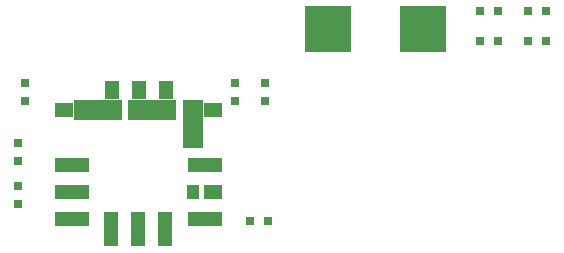
<source format=gbr>
G04 #@! TF.GenerationSoftware,KiCad,Pcbnew,(5.0.0)*
G04 #@! TF.CreationDate,2019-02-20T13:04:28+09:00*
G04 #@! TF.ProjectId,pi-ups,70692D7570732E6B696361645F706362,rev?*
G04 #@! TF.SameCoordinates,Original*
G04 #@! TF.FileFunction,Paste,Top*
G04 #@! TF.FilePolarity,Positive*
%FSLAX46Y46*%
G04 Gerber Fmt 4.6, Leading zero omitted, Abs format (unit mm)*
G04 Created by KiCad (PCBNEW (5.0.0)) date 02/20/19 13:04:28*
%MOMM*%
%LPD*%
G01*
G04 APERTURE LIST*
%ADD10R,0.750000X0.800000*%
%ADD11R,3.900000X3.900000*%
%ADD12R,0.800000X0.750000*%
%ADD13R,4.070000X1.770000*%
%ADD14R,1.770000X4.070000*%
%ADD15R,3.000000X1.200000*%
%ADD16R,1.200000X3.000000*%
%ADD17R,1.500000X1.200000*%
%ADD18R,1.000000X1.200000*%
%ADD19R,1.630000X1.200000*%
%ADD20R,1.200000X1.630000*%
G04 APERTURE END LIST*
D10*
G04 #@! TO.C,C2*
X100965000Y-103275000D03*
X100965000Y-104775000D03*
G04 #@! TD*
G04 #@! TO.C,C3*
X118745000Y-103275000D03*
X118745000Y-104775000D03*
G04 #@! TD*
D11*
G04 #@! TO.C,D1*
X134620000Y-98680000D03*
X126620000Y-98680000D03*
G04 #@! TD*
D12*
G04 #@! TO.C,D2*
X143510000Y-97155000D03*
X145010000Y-97155000D03*
G04 #@! TD*
G04 #@! TO.C,D3*
X145010000Y-99695000D03*
X143510000Y-99695000D03*
G04 #@! TD*
D10*
G04 #@! TO.C,R1*
X100330000Y-108355000D03*
X100330000Y-109855000D03*
G04 #@! TD*
G04 #@! TO.C,R2*
X121285000Y-104775000D03*
X121285000Y-103275000D03*
G04 #@! TD*
D12*
G04 #@! TO.C,R3*
X121515000Y-114935000D03*
X120015000Y-114935000D03*
G04 #@! TD*
G04 #@! TO.C,R4*
X139470000Y-97155000D03*
X140970000Y-97155000D03*
G04 #@! TD*
G04 #@! TO.C,R5*
X140970000Y-99695000D03*
X139470000Y-99695000D03*
G04 #@! TD*
D10*
G04 #@! TO.C,R6*
X100330000Y-113490000D03*
X100330000Y-111990000D03*
G04 #@! TD*
D13*
G04 #@! TO.C,U1*
X107110000Y-105570000D03*
X111690000Y-105570000D03*
D14*
X115130000Y-106720000D03*
D15*
X104940000Y-110150000D03*
X104940000Y-112440000D03*
X104940000Y-114730000D03*
D16*
X108250000Y-115630000D03*
X110540000Y-115630000D03*
X112830000Y-115630000D03*
D15*
X116140000Y-110150000D03*
X116140000Y-114730000D03*
D17*
X116890000Y-112440000D03*
D18*
X115140000Y-112440000D03*
D19*
X104260000Y-105570000D03*
D20*
X108270000Y-103870000D03*
X110560000Y-103870000D03*
X112850000Y-103870000D03*
D19*
X116830000Y-105570000D03*
G04 #@! TD*
M02*

</source>
